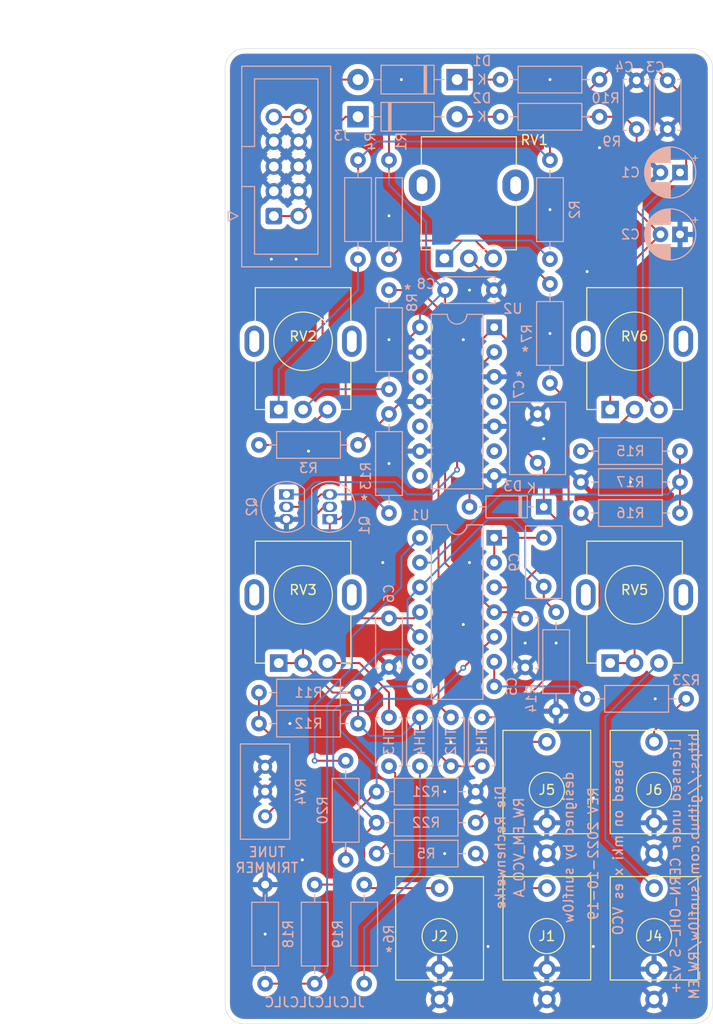
<source format=kicad_pcb>
(kicad_pcb (version 20211014) (generator pcbnew)
  (title_block (title "RW_EM_VCO_A") (date "2022-10-19") (rev "2022-10-19") (comment 1 "Licensed under CERN-OHL-S v2") (comment 2 "https://github.com/sunfl0w/RW_EM"))
  (layers (0 "F.Cu" signal) (31 "B.Cu" signal) (34 "B.Paste" user) (35 "F.Paste" user) (36 "B.SilkS" user "B.Silkscreen") (37 "F.SilkS" user "F.Silkscreen") (38 "B.Mask" user) (39 "F.Mask" user) (44 "Edge.Cuts" user))
  (net 0 "")
  (net 1 "GND")
  (net 2 "Net-(C7-Pad1)")
  (net 3 "Net-(C9-Pad1)")
  (net 4 "Net-(C9-Pad2)")
  (net 5 "+12V")
  (net 6 "-12V")
  (net 7 "Net-(D3-Pad2)")
  (net 8 "Net-(J1-PadT)")
  (net 9 "Net-(J2-PadT)")
  (net 10 "Net-(J4-PadT)")
  (net 11 "Net-(J5-PadT)")
  (net 12 "Net-(J6-PadT)")
  (net 13 "Net-(Q1-Pad2)")
  (net 14 "Net-(Q1-Pad3)")
  (net 15 "Net-(R1-Pad1)")
  (net 16 "Net-(R2-Pad2)")
  (net 17 "Net-(R3-Pad1)")
  (net 18 "Net-(R4-Pad2)")
  (net 19 "Net-(R5-Pad2)")
  (net 20 "Net-(R6-Pad2)")
  (net 21 "Net-(R7-Pad1)")
  (net 22 "Net-(R7-Pad2)")
  (net 23 "Net-(R8-Pad1)")
  (net 24 "Net-(R8-Pad2)")
  (net 25 "Net-(R11-Pad2)")
  (net 26 "Net-(R15-Pad1)")
  (net 27 "Net-(R15-Pad2)")
  (net 28 "Net-(R16-Pad1)")
  (net 29 "Net-(R18-Pad1)")
  (net 30 "Net-(R19-Pad2)")
  (net 31 "Net-(R20-Pad1)")
  (net 32 "Net-(R20-Pad2)")
  (net 33 "Net-(R23-Pad2)")
  (net 34 "Net-(RV3-Pad3)")
  (net 40 "Net-(D1-Pad2)")
  (net 41 "Net-(D2-Pad1)")
  (net 42 "Net-(D1-Pad1)")
  (net 43 "Net-(D2-Pad2)")
  (footprint "RW_EurorackModular:PJ301M-12" (layer "F.Cu") (at 132 131)
    (fp_text reference "J2")
    (fp_text value "PJ301M-12")
  )
  (footprint "RW_EurorackModular:Potentiometer_R0904N_SongHuei" (layer "F.Cu") (at 152 96)
    (fp_text reference "RV5")
    (fp_text value "250k")
  )
  (footprint "RW_EurorackModular:PJ301M-12" (layer "F.Cu") (at 154 131)
    (fp_text reference "J4")
    (fp_text value "PJ301M-12")
  )
  (footprint "RW_EurorackModular:PJ301M-12" (layer "F.Cu") (at 143 131)
    (fp_text reference "J1")
    (fp_text value "PJ301M-12")
  )
  (footprint "RW_EurorackModular:Potentiometer_R0904N_SongHuei" (layer "F.Cu") (at 152 70)
    (fp_text reference "RV6")
    (fp_text value "100k")
  )
  (footprint "RW_EurorackModular:PJ301M-12" (layer "F.Cu") (at 154 116)
    (fp_text reference "J6")
    (fp_text value "PJ301M-12")
  )
  (footprint "RW_EurorackModular:Potentiometer_R0904N_SongHuei" (layer "F.Cu") (at 118 96)
    (fp_text reference "RV3")
    (fp_text value "1M")
  )
  (footprint "RW_EurorackModular:Potentiometer_Alpha_RD901F-40-00D_Single_Vertical" (layer "F.Cu") (at 135 54)
    (fp_text reference "RV1")
    (fp_text value "100k")
  )
  (footprint "RW_EurorackModular:PJ301M-12" (layer "F.Cu") (at 143 116)
    (fp_text reference "J5")
    (fp_text value "PJ301M-12")
  )
  (footprint "RW_EurorackModular:Potentiometer_R0904N_SongHuei" (layer "F.Cu") (at 118 70)
    (fp_text reference "RV2")
    (fp_text value "100k")
  )
  (footprint "Capacitor_THT:CP_Radial_D5.0mm_P2.00mm" (layer "B.Cu") (at 156.655 59.04 180)
    (fp_text reference "C2")
    (fp_text value "47uF")
  )
  (footprint "Capacitor_THT:C_Disc_D4.7mm_W2.5mm_P5.00mm" (layer "B.Cu") (at 129.985 113.57 90)
    (fp_text reference "TH4")
    (fp_text value "10k")
  )
  (footprint "Resistor_THT:R_Axial_DIN0207_L6.3mm_D2.5mm_P10.16mm_Horizontal" (layer "B.Cu") (at 146.495 84.44)
    (fp_text reference "R17")
    (fp_text value "14k")
  )
  (footprint "Package_TO_SOT_THT:TO-92_Inline" (layer "B.Cu") (at 120.735 88.25 90)
    (fp_text reference "Q1")
    (fp_text value "BC558")
  )
  (footprint "Capacitor_THT:CP_Radial_D5.0mm_P2.00mm" (layer "B.Cu") (at 156.655 52.69 180)
    (fp_text reference "C1")
    (fp_text value "47uF")
  )
  (footprint "Resistor_THT:R_Axial_DIN0207_L6.3mm_D2.5mm_P10.16mm_Horizontal" (layer "B.Cu") (at 113.475 80.63)
    (fp_text reference "R3")
    (fp_text value "47k")
  )
  (footprint "Potentiometer_THT:Potentiometer_Bourns_3296W_Vertical" (layer "B.Cu") (at 114.11 113.64 90)
    (fp_text reference "RV4")
    (fp_text value "1k")
  )
  (footprint "Resistor_THT:R_Axial_DIN0207_L6.3mm_D2.5mm_P10.16mm_Horizontal" (layer "B.Cu") (at 119.19 135.875 90)
    (fp_text reference "R19")
    (fp_text value "47k")
  )
  (footprint "Resistor_THT:R_Axial_DIN0207_L6.3mm_D2.5mm_P10.16mm_Horizontal" (layer "B.Cu") (at 114.11 135.875 90)
    (fp_text reference "R18")
    (fp_text value "20k")
  )
  (footprint "Capacitor_THT:C_Rect_L7.2mm_W5.5mm_P5.00mm_FKS2_FKP2_MKS2_MKP2" (layer "B.Cu") (at 142.05 82.455 90)
    (fp_text reference "C7")
    (fp_text value "2.2nF*")
  )
  (footprint "Diode_THT:D_DO-35_SOD27_P7.62mm_Horizontal" (layer "B.Cu") (at 142.685 86.98 180)
    (fp_text reference "D3")
    (fp_text value "1N4148")
  )
  (footprint "Capacitor_THT:C_Disc_D5.0mm_W2.5mm_P5.00mm" (layer "B.Cu") (at 126.81 103.41 90)
    (fp_text reference "C6")
    (fp_text value "100nF")
  )
  (footprint "Capacitor_THT:C_Disc_D4.7mm_W2.5mm_P5.00mm" (layer "B.Cu") (at 126.81 113.57 90)
    (fp_text reference "TH3")
    (fp_text value "10k")
  )
  (footprint "Resistor_THT:R_Axial_DIN0207_L6.3mm_D2.5mm_P10.16mm_Horizontal" (layer "B.Cu") (at 123.635 51.42 -90)
    (fp_text reference "R4")
    (fp_text value "47k")
  )
  (footprint "Resistor_THT:R_Axial_DIN0207_L6.3mm_D2.5mm_P10.16mm_Horizontal" (layer "B.Cu") (at 157.29 106.665 180)
    (fp_text reference "R23")
    (fp_text value "1k")
  )
  (footprint "Package_DIP:DIP-14_W7.62mm" (layer "B.Cu") (at 137.605 90.155 180)
    (fp_text reference "U1")
    (fp_text value "TL074")
  )
  (footprint "Capacitor_THT:C_Disc_D5.0mm_W2.5mm_P5.00mm" (layer "B.Cu") (at 140.78 98.45 -90)
    (fp_text reference "C5")
    (fp_text value "100nF")
  )
  (footprint "Resistor_THT:R_Axial_DIN0207_L6.3mm_D2.5mm_P10.16mm_Horizontal" (layer "B.Cu") (at 124.27 125.715 -90)
    (fp_text reference "R6")
    (fp_text value "100k*")
  )
  (footprint "Diode_THT:D_DO-41_SOD81_P10.16mm_Horizontal" (layer "B.Cu") (at 123.635 46.975)
    (fp_text reference "D2")
    (fp_text value "1N5819")
  )
  (footprint "Resistor_THT:R_Axial_DIN0207_L6.3mm_D2.5mm_P10.16mm_Horizontal" (layer "B.Cu") (at 138.24 43.165)
    (fp_text reference "R10")
    (fp_text value "10")
  )
  (footprint "Resistor_THT:R_Axial_DIN0207_L6.3mm_D2.5mm_P10.16mm_Horizontal" (layer "B.Cu") (at 135.7 122.54 180)
    (fp_text reference "R5")
    (fp_text value "100k")
  )
  (footprint "Resistor_THT:R_Axial_DIN0207_L6.3mm_D2.5mm_P10.16mm_Horizontal" (layer "B.Cu") (at 126.81 77.455 -90)
    (fp_text reference "R13")
    (fp_text value "1M*")
  )
  (footprint "Diode_THT:D_DO-41_SOD81_P10.16mm_Horizontal" (layer "B.Cu") (at 133.795 43.165 180)
    (fp_text reference "D1")
    (fp_text value "1N5819")
  )
  (footprint "Capacitor_THT:C_Disc_D4.7mm_W2.5mm_P5.00mm" (layer "B.Cu") (at 133.16 108.57 -90)
    (fp_text reference "TH2")
    (fp_text value "10k")
  )
  (footprint "Resistor_THT:R_Axial_DIN0207_L6.3mm_D2.5mm_P10.16mm_Horizontal" (layer "B.Cu") (at 138.24 46.975)
    (fp_text reference "R9")
    (fp_text value "10")
  )
  (footprint "Capacitor_THT:C_Disc_D5.0mm_W2.5mm_P5.00mm" (layer "B.Cu") (at 132.565 64.755)
    (fp_text reference "C8")
    (fp_text value "100nF")
  )
  (footprint "Capacitor_THT:C_Disc_D4.7mm_W2.5mm_P5.00mm" (layer "B.Cu") (at 136.335 108.57 -90)
    (fp_text reference "TH1")
    (fp_text value "10k")
  )
  (footprint "Resistor_THT:R_Axial_DIN0207_L6.3mm_D2.5mm_P10.16mm_Horizontal" (layer "B.Cu") (at 143.32 64.12 -90)
    (fp_text reference "R7")
    (fp_text value "100k*")
  )
  (footprint "Resistor_THT:R_Axial_DIN0207_L6.3mm_D2.5mm_P10.16mm_Horizontal" (layer "B.Cu") (at 126.81 74.915 90)
    (fp_text reference "R8")
    (fp_text value "1M*")
  )
  (footprint "Resistor_THT:R_Axial_DIN0207_L6.3mm_D2.5mm_P10.16mm_Horizontal" (layer "B.Cu") (at 123.635 109.205 180)
    (fp_text reference "R12")
    (fp_text value "3k")
  )
  (footprint "Connector_IDC:IDC-Header_2x05_P2.54mm_Vertical" (layer "B.Cu") (at 115 57.16)
    (fp_text reference "J3")
    (fp_text value "IDC_02x05")
  )
  (footprint "Capacitor_THT:C_Disc_D5.0mm_W2.5mm_P5.00mm" (layer "B.Cu") (at 152.21 43.245 -90)
    (fp_text reference "C4")
    (fp_text value "100nF")
  )
  (footprint "Resistor_THT:R_Axial_DIN0207_L6.3mm_D2.5mm_P10.16mm_Horizontal" (layer "B.Cu") (at 146.495 87.615)
    (fp_text reference "R16")
    (fp_text value "68k")
  )
  (footprint "Resistor_THT:R_Axial_DIN0207_L6.3mm_D2.5mm_P10.16mm_Horizontal" (layer "B.Cu") (at 135.7 119.365 180)
    (fp_text reference "R22")
    (fp_text value "1k")
  )
  (footprint "Resistor_THT:R_Axial_DIN0207_L6.3mm_D2.5mm_P10.16mm_Horizontal" (layer "B.Cu") (at 123.635 106.03 180)
    (fp_text reference "R11")
    (fp_text value "3k")
  )
  (footprint "Resistor_THT:R_Axial_DIN0207_L6.3mm_D2.5mm_P10.16mm_Horizontal" (layer "B.Cu") (at 122.365 113.015 -90)
    (fp_text reference "R20")
    (fp_text value "33k")
  )
  (footprint "Package_TO_SOT_THT:TO-92_Inline" (layer "B.Cu") (at 116.29 85.71 -90)
    (fp_text reference "Q2")
    (fp_text value "BC548")
  )
  (footprint "Resistor_THT:R_Axial_DIN0207_L6.3mm_D2.5mm_P10.16mm_Horizontal" (layer "B.Cu") (at 126.81 61.58 90)
    (fp_text reference "R1")
    (fp_text value "100k")
  )
  (footprint "Resistor_THT:R_Axial_DIN0207_L6.3mm_D2.5mm_P10.16mm_Horizontal" (layer "B.Cu") (at 135.7 116.19 180)
    (fp_text reference "R21")
    (fp_text value "14k")
  )
  (footprint "Package_DIP:DIP-14_W7.62mm" (layer "B.Cu") (at 137.605 68.565 180)
    (fp_text reference "U2")
    (fp_text value "40106")
  )
  (footprint "Capacitor_THT:C_Disc_D5.0mm_W2.5mm_P5.00mm" (layer "B.Cu") (at 155.385 43.245 -90)
    (fp_text reference "C3")
    (fp_text value "100nF")
  )
  (footprint "Capacitor_THT:C_Rect_L7.2mm_W3.5mm_P5.00mm_FKS2_FKP2_MKS2_MKP2" (layer "B.Cu") (at 142.685 90.155 -90)
    (fp_text reference "C9")
    (fp_text value "1uF")
  )
  (footprint "Resistor_THT:R_Axial_DIN0207_L6.3mm_D2.5mm_P10.16mm_Horizontal" (layer "B.Cu") (at 146.495 81.265)
    (fp_text reference "R15")
    (fp_text value "100k")
  )
  (footprint "Resistor_THT:R_Axial_DIN0207_L6.3mm_D2.5mm_P10.16mm_Horizontal" (layer "B.Cu") (at 143.955 97.775 -90)
    (fp_text reference "R14")
    (fp_text value "100k")
  )
  (footprint "Resistor_THT:R_Axial_DIN0207_L6.3mm_D2.5mm_P10.16mm_Horizontal" (layer "B.Cu") (at 143.32 51.42 -90)
    (fp_text reference "R2")
    (fp_text value "33k")
  )
  (gr_line (start 112 40) (end 158 40) (layer "Edge.Cuts") (width 0.05))
  (gr_line (start 158 140) (end 112 140) (layer "Edge.Cuts") (width 0.05))
  (gr_line (start 160 42) (end 160 138) (layer "Edge.Cuts") (width 0.05))
  (gr_arc (start 112 140) (mid 110.585786 139.414214) (end 110 138) (layer "Edge.Cuts") (width 0.05))
  (gr_arc (start 158 40) (mid 159.414214 40.585786) (end 160 42) (layer "Edge.Cuts") (width 0.05))
  (gr_arc (start 160 138) (mid 159.414214 139.414214) (end 158 140) (layer "Edge.Cuts") (width 0.05))
  (gr_arc (start 110 42) (mid 110.585786 40.585786) (end 112 40) (layer "Edge.Cuts") (width 0.05))
  (gr_line (start 110 138) (end 110 42) (layer "Edge.Cuts") (width 0.05))
  (gr_text "*" (at 140.145 73.645) (layer "B.SilkS") (effects (font (size 1 1) (thickness 0.16)) (justify mirror)))
  (gr_text "RW_EM_VCO_A" (at 140.145 121.905 90) (layer "B.SilkS") (effects (font (size 1 1) (thickness 0.16)) (justify mirror)))
  (gr_text "*" (at 126.81 132.7) (layer "B.SilkS") (effects (font (size 1 1) (thickness 0.16)) (justify mirror)))
  (gr_text "JLCJLCJLCJLC" (at 119.19 137.78) (layer "B.SilkS") (effects (font (size 1 1) (thickness 0.16)) (justify mirror)))
  (gr_text "TUNE\nTRIMMER" (at 114.3 123.19) (layer "B.SilkS") (effects (font (size 1 1) (thickness 0.16)) (justify mirror)))
  (gr_text "*" (at 128.715 64.755) (layer "B.SilkS") (effects (font (size 1 1) (thickness 0.16)) (justify mirror)))
  (gr_text "REV 2022-10-19" (at 147.765 122.54 90) (layer "B.SilkS") (effects (font (size 1 1) (thickness 0.16)) (justify mirror)))
  (gr_text "*" (at 124.27 86.345) (layer "B.SilkS") (effects (font (size 1 1) (thickness 0.16)) (justify mirror)))
  (gr_text "*" (at 140.78 71.105) (layer "B.SilkS") (effects (font (size 1 1) (thickness 0.16)) (justify mirror)))
  (gr_text "based on mki x es VCO" (at 150.305 121.905 90) (layer "B.SilkS") (effects (font (size 1 1) (thickness 0.16)) (justify mirror)))
  (gr_text "designed by sunfl0w" (at 145.225 121.905 90) (layer "B.SilkS") (effects (font (size 1 1) (thickness 0.16)) (justify mirror)))
  (gr_text "Die Rechenwerke" (at 138.24 121.905 90) (layer "B.SilkS") (effects (font (size 1 1) (thickness 0.16)) (justify mirror)))
  (gr_text "Licensed under CERN-OHL-S v2+" (at 156.21 123.825 90) (layer "B.SilkS") (effects (font (size 1 1) (thickness 0.16)) (justify mirror)))
  (gr_text "https://github.com/sunfl0w/RW_EM" (at 158.115 123.825 90) (layer "B.SilkS") (effects (font (size 1 1) (thickness 0.16)) (justify mirror)))
  (via (at 135.065 64.755) (size 0.6) (drill 0.3) (layers "F.Cu" "B.Cu") (net 1))
  (via (at 126.81 69.835) (size 0.6) (drill 0.3) (layers "F.Cu" "B.Cu") (net 1))
  (via (at 147.765 116.825) (size 0.6) (drill 0.3) (layers "F.Cu" "B.Cu") (net 1))
  (via (at 132.525 116.19) (size 0.6) (drill 0.3) (layers "F.Cu" "B.Cu") (net 1))
  (via (at 143.955 100.95) (size 0.6) (drill 0.3) (layers "F.Cu" "B.Cu") (net 1))
  (via (at 126.175 92.695) (size 0.6) (drill 0.3) (layers "F.Cu" "B.Cu") (net 1))
  (via (at 148.4 50.15) (size 0.6) (drill 0.3) (layers "F.Cu" "B.Cu") (net 1))
  (via (at 132.525 122.54) (size 0.6) (drill 0.3) (layers "F.Cu" "B.Cu") (net 1))
  (via (at 117.92 123.175) (size 0.6) (drill 0.3) (layers "F.Cu" "B.Cu") (net 1))
  (via (at 136.97 132.065) (size 0.6) (drill 0.3) (layers "F.Cu" "B.Cu") (net 1))
  (via (at 143.32 43.165) (size 0.6) (drill 0.3) (layers "F.Cu" "B.Cu") (net 1))
  (via (at 142.685 79.995) (size 0.6) (drill 0.3) (layers "F.Cu" "B.Cu") (net 1))
  (via (at 117.285 61.58) (size 0.6) (drill 0.3) (layers "F.Cu" "B.Cu") (net 1))
  (via (at 116.65 109.205) (size 0.6) (drill 0.3) (layers "F.Cu" "B.Cu") (net 1))
  (via (at 143.32 69.2) (size 0.6) (drill 0.3) (layers "F.Cu" "B.Cu") (net 1))
  (via (at 154.115 106.665) (size 0.6) (drill 0.3) (layers "F.Cu" "B.Cu") (net 1))
  (via (at 143.32 56.5) (size 0.6) (drill 0.3) (layers "F.Cu" "B.Cu") (net 1))
  (via (at 128.08 43.165) (size 0.6) (drill 0.3) (layers "F.Cu" "B.Cu") (net 1))
  (via (at 126.81 82.535) (size 0.6) (drill 0.3) (layers "F.Cu" "B.Cu") (net 1))
  (via (at 114.745 61.58) (size 0.6) (drill 0.3) (layers "F.Cu" "B.Cu") (net 1))
  (via (at 133.16 111.11) (size 0.6) (drill 0.3) (layers "F.Cu" "B.Cu") (net 1))
  (via (at 134.43 69.835) (size 0.6) (drill 0.3) (layers "F.Cu" "B.Cu") (net 1))
  (via (at 151.575 84.44) (size 0.6) (drill 0.3) (layers "F.Cu" "B.Cu") (net 1))
  (via (at 118.555 81.265) (size 0.6) (drill 0.3) (layers "F.Cu" "B.Cu") (net 1))
  (via (at 126.81 57.135) (size 0.6) (drill 0.3) (layers "F.Cu" "B.Cu") (net 1))
  (via (at 134.43 99.045) (size 0.6) (drill 0.3) (layers "F.Cu" "B.Cu") (net 1))
  (via (at 117.92 116.19) (size 0.6) (drill 0.3) (layers "F.Cu" "B.Cu") (net 1))
  (via (at 114.11 130.795) (size 0.6) (drill 0.3) (layers "F.Cu" "B.Cu") (net 1))
  (via (at 140.78 100.95) (size 0.6) (drill 0.3) (layers "F.Cu" "B.Cu") (net 1))
  (via (at 147.765 132.065) (size 0.6) (drill 0.3) (layers "F.Cu" "B.Cu") (net 1))
  (via (at 135.065 92.695) (size 0.6) (drill 0.3) (layers "F.Cu" "B.Cu") (net 1))
  (via (at 147.13 62.85) (size 0.6) (drill 0.3) (layers "F.Cu" "B.Cu") (net 1))
  (via (at 136.335 111.11) (size 0.6) (drill 0.3) (layers "F.Cu" "B.Cu") (net 1))
  (segment (start 140.145 95.235) (end 137.605 95.235) (width 0.2) (layer "F.Cu") (net 2))
  (segment (start 142.05 82.455) (end 139.7 80.105) (width 0.2) (layer "F.Cu") (net 2))
  (segment (start 144.59 90.79) (end 140.145 95.235) (width 0.2) (layer "F.Cu") (net 2))
  (segment (start 142.685 83.09) (end 142.05 82.455) (width 0.2) (layer "F.Cu") (net 2))
  (segment (start 142.685 86.98) (end 144.59 88.885) (width 0.2) (layer "F.Cu") (net 2))
  (segment (start 139.7 70.66) (end 137.605 68.565) (width 0.2) (layer "F.Cu") (net 2))
  (segment (start 133.795 72.375) (end 133.795 83.17) (width 0.2) (layer "F.Cu") (net 2))
  (segment (start 139.7 80.105) (end 139.7 70.66) (width 0.2) (layer "F.Cu") (net 2))
  (segment (start 144.59 88.885) (end 144.59 90.79) (width 0.2) (layer "F.Cu") (net 2))
  (segment (start 137.605 68.565) (end 133.795 72.375) (width 0.2) (layer "F.Cu") (net 2))
  (segment (start 142.685 86.98) (end 142.685 83.09) (width 0.2) (layer "F.Cu") (net 2))
  (via (at 133.795 83.17) (size 0.6) (drill 0.3) (layers "F.Cu" "B.Cu") (net 2))
  (segment (start 131.255 85.71) (end 133.795 83.17) (width 0.2) (layer "B.Cu") (net 2))
  (segment (start 116.29 85.71) (end 117.92 85.71) (width 0.2) (layer "B.Cu") (net 2))
  (segment (start 119.19 84.44) (end 127.445 84.44) (width 0.2) (layer "B.Cu") (net 2))
  (segment (start 128.715 85.71) (end 131.255 85.71) (width 0.2) (layer "B.Cu") (net 2))
  (segment (start 127.445 84.44) (end 128.715 85.71) (width 0.2) (layer "B.Cu") (net 2))
  (segment (start 117.92 85.71) (end 119.19 84.44) (width 0.2) (layer "B.Cu") (net 2))
  (segment (start 137.605 90.155) (end 142.685 90.155) (width 0.2) (layer "F.Cu") (net 3))
  (segment (start 137.605 90.155) (end 137.605 92.695) (width 0.2) (layer "F.Cu") (net 3))
  (segment (start 142.685 96.505) (end 143.955 97.775) (width 0.2) (layer "F.Cu") (net 4))
  (segment (start 142.685 95.155) (end 142.685 96.505) (width 0.2) (layer "F.Cu") (net 4))
  (segment (start 139.51 88.25) (end 140.78 89.52) (width 0.2) (layer "B.Cu") (net 4))
  (segment (start 128.715 96.505) (end 128.715 99.045) (width 0.2) (layer "B.Cu") (net 4))
  (segment (start 129.985 95.235) (end 136.97 88.25) (width 0.2) (layer "B.Cu") (net 4))
  (segment (start 128.715 99.045) (end 129.985 100.315) (width 0.2) (layer "B.Cu") (net 4))
  (segment (start 136.97 88.25) (end 139.51 88.25) (width 0.2) (layer "B.Cu") (net 4))
  (segment (start 140.78 93.25) (end 142.685 95.155) (width 0.2) (layer "B.Cu") (net 4))
  (segment (start 140.78 89.52) (end 140.78 93.25) (width 0.2) (layer "B.Cu") (net 4))
  (segment (start 129.985 95.235) (end 128.715 96.505) (width 0.2) (layer "B.Cu") (net 4))
  (segment (start 156.655 52.69) (end 157.29 52.055) (width 0.2) (layer "F.Cu") (net 5))
  (segment (start 132.565 92.735) (end 137.605 97.775) (width 0.2) (layer "F.Cu") (net 5))
  (segment (start 129.985 68.565) (end 128.715 69.835) (width 0.2) (layer "F.Cu") (net 5))
  (segment (start 126.81 48.88) (end 130.62 45.07) (width 0.2) (layer "F.Cu") (net 5))
  (segment (start 157.29 52.055) (end 157.29 45.15) (width 0.2) (layer "F.Cu") (net 5))
  (segment (start 140.105 97.775) (end 140.78 98.45) (width 0.2) (layer "F.Cu") (net 5))
  (segment (start 148.4 43.165) (end 149.67 41.895) (width 0.2) (layer "F.Cu") (net 5))
  (segment (start 157.29 45.15) (end 155.385 43.245) (width 0.2) (layer "F.Cu") (net 5))
  (segment (start 128.715 69.835) (end 128.715 75.55) (width 0.2) (layer "F.Cu") (net 5))
  (segment (start 132.565 64.755) (end 132.565 92.735) (width 0.2) (layer "F.Cu") (net 5))
  (segment (start 149.67 41.895) (end 154.035 41.895) (width 0.2) (layer "F.Cu") (net 5))
  (segment (start 146.495 45.07) (end 148.4 43.165) (width 0.2) (layer "F.Cu") (net 5))
  (segment (start 123.635 80.63) (end 126.81 77.455) (width 0.2) (layer "F.Cu") (net 5))
  (segment (start 128.715 75.55) (end 126.81 77.455) (width 0.2) (layer "F.Cu") (net 5))
  (segment (start 130.62 45.07) (end 146.495 45.07) (width 0.2) (layer "F.Cu") (net 5))
  (segment (start 137.605 97.775) (end 140.105 97.775) (width 0.2) (layer "F.Cu") (net 5))
  (segment (start 154.035 41.895) (end 155.385 43.245) (width 0.2) (layer "F.Cu") (net 5))
  (segment (start 126.81 51.42) (end 126.81 48.88) (width 0.2) (layer "F.Cu") (net 5))
  (segment (start 152.845 56.5) (end 152.845 75.345) (width 0.2) (layer "B.Cu") (net 5))
  (segment (start 132.565 64.755) (end 130.62 62.81) (width 0.2) (layer "B.Cu") (net 5))
  (segment (start 130.62 57.77) (end 126.81 53.96) (width 0.2) (layer "B.Cu") (net 5))
  (segment (start 152.845 75.345) (end 154.5 77) (width 0.2) (layer "B.Cu") (net 5))
  (segment (start 126.81 53.96) (end 126.81 51.42) (width 0.2) (layer "B.Cu") (net 5))
  (segment (start 130.62 62.81) (end 130.62 57.77) (width 0.2) (layer "B.Cu") (net 5))
  (segment (start 129.985 68.565) (end 129.985 67.335) (width 0.2) (layer "B.Cu") (net 5))
  (segment (start 156.655 52.69) (end 152.845 56.5) (width 0.2) (layer "B.Cu") (net 5))
  (segment (start 129.985 67.335) (end 132.565 64.755) (width 0.2) (layer "B.Cu") (net 5))
  (segment (start 129.35 98.41) (end 129.985 97.775) (width 0.2) (layer "F.Cu") (net 6))
  (segment (start 150.94 46.975) (end 152.21 48.245) (width 0.2) (layer "F.Cu") (net 6))
  (segment (start 123.635 51.42) (end 123.635 55.865) (width 0.2) (layer "F.Cu") (net 6))
  (segment (start 145.225 46.975) (end 148.4 46.975) (width 0.2) (layer "F.Cu") (net 6))
  (segment (start 120 59.5) (end 120 71.28) (width 0.2) (layer "F.Cu") (net 6))
  (segment (start 147.765 46.975) (end 148.4 47.61) (width 0.2) (layer "F.Cu") (net 6))
  (segment (start 122.365 73.645) (end 122.365 87.615) (width 0.2) (layer "F.Cu") (net 6))
  (segment (start 149.5 77) (end 149.5 64.195) (width 0.2) (layer "F.Cu") (net 6))
  (segment (start 121.73 88.25) (end 120.735 88.25) (width 0.2) (layer "F.Cu") (net 6))
  (segment (start 154.655 59.04) (end 152.21 56.595) (width 0.2) (layer "F.Cu") (net 6))
  (segment (start 148.4 46.975) (end 150.94 46.975) (width 0.2) (layer "F.Cu") (net 6))
  (segment (start 122.365 98.41) (end 126.81 98.41) (width 0.2) (layer "F.Cu") (net 6))
  (segment (start 143.32 48.88) (end 143.32 51.42) (width 0.2) (layer "F.Cu") (net 6))
  (segment (start 120.735 96.78) (end 122.365 98.41) (width 0.2) (layer "F.Cu") (net 6))
  (segment (start 120.735 88.25) (end 120.735 96.78) (width 0.2) (layer "F.Cu") (net 6))
  (segment (start 152.21 56.595) (end 152.21 48.245) (width 0.2) (layer "F.Cu") (net 6))
  (segment (start 145.225 46.975) (end 143.32 48.88) (width 0.2) (layer "F.Cu") (net 6))
  (segment (start 122.365 87.615) (end 121.73 88.25) (width 0.2) (layer "F.Cu") (net 6))
  (segment (start 123.635 55.865) (end 120 59.5) (width 0.2) (layer "F.Cu") (net 6))
  (segment (start 120 71.28) (end 122.365 73.645) (width 0.2) (layer "F.Cu") (net 6))
  (segment (start 126.81 98.41) (end 129.35 98.41) (width 0.2) (layer "F.Cu") (net 6))
  (segment (start 149.5 64.195) (end 154.655 59.04) (width 0.2) (layer "F.Cu") (net 6))
  (segment (start 123.635 51.42) (end 125.54 49.515) (width 0.2) (layer "B.Cu") (net 6))
  (segment (start 125.54 49.515) (end 141.415 49.515) (width 0.2) (layer "B.Cu") (net 6))
  (segment (start 141.415 49.515) (end 143.32 51.42) (width 0.2) (layer "B.Cu") (net 6))
  (segment (start 135.065 73.645) (end 135.065 86.98) (width 0.2) (layer "F.Cu") (net 7))
  (segment (start 137.605 71.105) (end 135.065 73.645) (width 0.2) (layer "F.Cu") (net 7))
  (segment (start 135.7 122.54) (end 139.24 126.08) (width 0.2) (layer "F.Cu") (net 8))
  (segment (start 139.24 126.08) (end 143 126.08) (width 0.2) (layer "F.Cu") (net 8))
  (segment (start 124.635 126.08) (end 124.27 125.715) (width 0.2) (layer "F.Cu") (net 9))
  (segment (start 132 126.08) (end 124.635 126.08) (width 0.2) (layer "F.Cu") (net 9))
  (segment (start 149 121.08) (end 154 126.08) (width 0.2) (layer "B.Cu") (net 10))
  (segment (start 149 121.08) (end 149 108.5) (width 0.2) (layer "B.Cu") (net 10))
  (segment (start 149 108.5) (end 154.5 103) (width 0.2) (layer "B.Cu") (net 10))
  (segment (start 138.875 113.125) (end 138.875 116.19) (width 0.2) (layer "F.Cu") (net 11))
  (segment (start 140.92 111.08) (end 138.875 113.125) (width 0.2) (layer "F.Cu") (net 11))
  (segment (start 135.7 119.365) (end 138.875 116.19) (width 0.2) (layer "F.Cu") (net 11))
  (segment (start 143 111.08) (end 140.92 111.08) (width 0.2) (layer "F.Cu") (net 11))
  (segment (start 157.29 106.665) (end 154 109.955) (width 0.2) (layer "F.Cu") (net 12))
  (segment (start 154 109.955) (end 154 111.08) (width 0.2) (layer "F.Cu") (net 12))
  (segment (start 118 103) (end 121.03 106.03) (width 0.2) (layer "F.Cu") (net 13))
  (segment (start 129.985 108.57) (end 129.985 110.395) (width 0.2) (layer "F.Cu") (net 13))
  (segment (start 129.985 110.395) (end 133.16 113.57) (width 0.2) (layer "F.Cu") (net 13))
  (segment (start 133.16 113.57) (end 136.335 113.57) (width 0.2) (layer "F.Cu") (net 13))
  (segment (start 118 103) (end 118 89.11) (width 0.2) (layer "F.Cu") (net 13))
  (segment (start 115.5 103) (end 118 103) (width 0.2) (layer "F.Cu") (net 13))
  (segment (start 121.03 106.03) (end 123.635 106.03) (width 0.2) (layer "F.Cu") (net 13))
  (segment (start 123.635 109.205) (end 123.635 106.03) (width 0.2) (layer "F.Cu") (net 13))
  (segment (start 120.13 86.98) (end 120.735 86.98) (width 0.2) (layer "F.Cu") (net 13))
  (segment (start 118 89.11) (end 120.13 86.98) (width 0.2) (layer "F.Cu") (net 13))
  (segment (start 128.08 110.475) (end 129.985 108.57) (width 0.2) (layer "B.Cu") (net 13))
  (segment (start 124.905 110.475) (end 128.08 110.475) (width 0.2) (layer "B.Cu") (net 13))
  (segment (start 123.635 109.205) (end 124.905 110.475) (width 0.2) (layer "B.Cu") (net 13))
  (segment (start 119.825 85.71) (end 120.735 85.71) (width 0.2) (layer "F.Cu") (net 14))
  (segment (start 116.29 86.98) (end 118.555 86.98) (width 0.2) (layer "F.Cu") (net 14))
  (segment (start 118.555 86.98) (end 119.825 85.71) (width 0.2) (layer "F.Cu") (net 14))
  (segment (start 124.905 85.71) (end 126.81 87.615) (width 0.2) (layer "B.Cu") (net 14))
  (segment (start 120.735 85.71) (end 124.905 85.71) (width 0.2) (layer "B.Cu") (net 14))
  (segment (start 128.715 59.675) (end 135.675 59.675) (width 0.2) (layer "F.Cu") (net 15))
  (segment (start 135.675 59.675) (end 137.5 61.5) (width 0.2) (layer "F.Cu") (net 15))
  (segment (start 126.81 61.58) (end 128.715 59.675) (width 0.2) (layer "F.Cu") (net 15))
  (segment (start 141.415 59.675) (end 134.325 59.675) (width 0.2) (layer "B.Cu") (net 16))
  (segment (start 143.32 61.58) (end 141.415 59.675) (width 0.2) (layer "B.Cu") (net 16))
  (segment (start 134.325 59.675) (end 132.5 61.5) (width 0.2) (layer "B.Cu") (net 16))
  (segment (start 116.87 80.63) (end 120.5 77) (width 0.2) (layer "F.Cu") (net 17))
  (segment (start 113.475 80.63) (end 116.87 80.63) (width 0.2) (layer "F.Cu") (net 17))
  (segment (start 123.635 61.58) (end 123.635 64.755) (width 0.2) (layer "B.Cu") (net 18))
  (segment (start 115.5 72.89) (end 115.5 77) (width 0.2) (layer "B.Cu") (net 18))
  (segment (start 123.635 64.755) (end 115.5 72.89) (width 0.2) (layer "B.Cu") (net 18))
  (segment (start 127.445 120.635) (end 125.54 122.54) (width 0.2) (layer "F.Cu") (net 19))
  (segment (start 126.81 113.57) (end 126.81 113.65) (width 0.2) (layer "F.Cu") (net 19))
  (segment (start 127.445 114.285) (end 127.445 120.635) (width 0.2) (layer "F.Cu") (net 19))
  (segment (start 126.81 113.65) (end 127.445 114.285) (width 0.2) (layer "F.Cu") (net 19))
  (segment (start 129.985 113.57) (end 129.985 124.445) (width 0.2) (layer "B.Cu") (net 20))
  (segment (start 129.985 124.445) (end 124.27 130.16) (width 0.2) (layer "B.Cu") (net 20))
  (segment (start 124.27 130.16) (end 124.27 135.875) (width 0.2) (layer "B.Cu") (net 20))
  (segment (start 142.05 62.85) (end 143.32 64.12) (width 0.2) (layer "F.Cu") (net 21))
  (segment (start 136.35 62.85) (end 135 61.5) (width 0.2) (layer "F.Cu") (net 21))
  (segment (start 142.05 62.85) (end 136.35 62.85) (width 0.2) (layer "F.Cu") (net 21))
  (segment (start 143.32 74.28) (end 145.225 76.185) (width 0.2) (layer "F.Cu") (net 22))
  (segment (start 145.225 90.155) (end 148.4 93.33) (width 0.2) (layer "F.Cu") (net 22))
  (segment (start 148.4 93.33) (end 148.4 99.045) (width 0.2) (layer "F.Cu") (net 22))
  (segment (start 138.875 108.57) (end 136.335 108.57) (width 0.2) (layer "F.Cu") (net 22))
  (segment (start 145.225 76.185) (end 145.225 90.155) (width 0.2) (layer "F.Cu") (net 22))
  (segment (start 148.4 99.045) (end 138.875 108.57) (width 0.2) (layer "F.Cu") (net 22))
  (segment (start 126.81 74.915) (end 120.085 74.915) (width 0.2) (layer "B.Cu") (net 23))
  (segment (start 120.085 74.915) (end 118 77) (width 0.2) (layer "B.Cu") (net 23))
  (segment (start 133.16 108.57) (end 131.89 107.3) (width 0.2) (layer "F.Cu") (net 24))
  (segment (start 131.89 66.66) (end 129.985 64.755) (width 0.2) (layer "F.Cu") (net 24))
  (segment (start 129.985 64.755) (end 126.81 64.755) (width 0.2) (layer "F.Cu") (net 24))
  (segment (start 131.89 107.3) (end 131.89 66.66) (width 0.2) (layer "F.Cu") (net 24))
  (segment (start 116.015 116.815) (end 114.11 118.72) (width 0.2) (layer "F.Cu") (net 25))
  (segment (start 113.475 106.03) (end 113.475 109.205) (width 0.2) (layer "F.Cu") (net 25))
  (segment (start 113.475 109.205) (end 116.015 111.745) (width 0.2) (layer "F.Cu") (net 25))
  (segment (start 116.015 111.745) (end 116.015 116.815) (width 0.2) (layer "F.Cu") (net 25))
  (segment (start 152 77) (end 147.735 81.265) (width 0.2) (layer "F.Cu") (net 26))
  (segment (start 147.735 81.265) (end 146.495 81.265) (width 0.2) (layer "F.Cu") (net 26))
  (segment (start 156.655 81.265) (end 156.655 84.44) (width 0.2) (layer "F.Cu") (net 27))
  (segment (start 156.655 84.44) (end 156.655 87.615) (width 0.2) (layer "F.Cu") (net 27))
  (segment (start 155.385 85.71) (end 156.655 84.44) (width 0.2) (layer "B.Cu") (net 27))
  (segment (start 138.24 85.71) (end 155.385 85.71) (width 0.2) (layer "B.Cu") (net 27))
  (segment (start 131.255 92.695) (end 138.24 85.71) (width 0.2) (layer "B.Cu") (net 27))
  (segment (start 129.985 92.695) (end 131.255 92.695) (width 0.2) (layer "B.Cu") (net 27))
  (segment (start 149.5 103) (end 152 103) (width 0.2) (layer "F.Cu") (net 28))
  (segment (start 152 93.12) (end 146.495 87.615) (width 0.2) (layer "F.Cu") (net 28))
  (segment (start 152 103) (end 152 93.12) (width 0.2) (layer "F.Cu") (net 28))
  (segment (start 119.19 135.875) (end 114.11 135.875) (width 0.2) (layer "F.Cu") (net 29))
  (segment (start 129.985 102.855) (end 128.715 101.585) (width 0.2) (layer "B.Cu") (net 29))
  (segment (start 128.715 101.585) (end 126.175 101.585) (width 0.2) (layer "B.Cu") (net 29))
  (segment (start 126.175 101.585) (end 120.46 107.3) (width 0.2) (layer "B.Cu") (net 29))
  (segment (start 120.46 134.605) (end 119.19 135.875) (width 0.2) (layer "B.Cu") (net 29))
  (segment (start 120.46 107.3) (end 120.46 134.605) (width 0.2) (layer "B.Cu") (net 29))
  (segment (start 121.73 125.715) (end 124.27 123.175) (width 0.2) (layer "F.Cu") (net 30))
  (segment (start 119.19 125.715) (end 121.73 125.715) (width 0.2) (layer "F.Cu") (net 30))
  (segment (start 124.27 120.635) (end 125.54 119.365) (width 0.2) (layer "F.Cu") (net 30))
  (segment (start 124.27 123.175) (end 124.27 120.635) (width 0.2) (layer "F.Cu") (net 30))
  (segment (start 121.73 107.3) (end 121.095 107.935) (width 0.2) (layer "B.Cu") (net 30))
  (segment (start 124.27 107.3) (end 121.73 107.3) (width 0.2) (layer "B.Cu") (net 30))
  (segment (start 129.985 105.395) (end 126.175 105.395) (width 0.2) (layer "B.Cu") (net 30))
  (segment (start 121.095 107.935) (end 121.095 114.92) (width 0.2) (layer "B.Cu") (net 30))
  (segment (start 121.095 114.92) (end 125.54 119.365) (width 0.2) (layer "B.Cu") (net 30))
  (segment (start 126.175 105.395) (end 124.27 107.3) (width 0.2) (layer "B.Cu") (net 30))
  (segment (start 119.19 113.015) (end 122.365 113.015) (width 0.2) (layer "F.Cu") (net 31))
  (via (at 119.19 113.015) (size 0.6) (drill 0.3) (layers "F.Cu" "B.Cu") (net 31))
  (segment (start 123 100.315) (end 128.08 95.235) (width 0.2) (layer "B.Cu") (net 31))
  (segment (start 128.08 95.235) (end 128.08 92.06) (width 0.2) (layer "B.Cu") (net 31))
  (segment (start 128.08 92.06) (end 129.985 90.155) (width 0.2) (layer "B.Cu") (net 31))
  (segment (start 123 103.49) (end 123 100.315) (width 0.2) (layer "B.Cu") (net 31))
  (segment (start 119.19 107.3) (end 123 103.49) (width 0.2) (layer "B.Cu") (net 31))
  (segment (start 119.19 113.015) (end 119.19 107.3) (width 0.2) (layer "B.Cu") (net 31))
  (segment (start 134.43 103.49) (end 137.605 100.315) (width 0.2) (layer "F.Cu") (net 32))
  (segment (start 122.365 119.365) (end 125.54 116.19) (width 0.2) (layer "F.Cu") (net 32))
  (segment (start 122.365 123.175) (end 122.365 119.365) (width 0.2) (layer "F.Cu") (net 32))
  (via (at 134.43 103.49) (size 0.6) (drill 0.3) (layers "F.Cu" "B.Cu") (net 32))
  (segment (start 124.905 107.935) (end 122.365 107.935) (width 0.2) (layer "B.Cu") (net 32))
  (segment (start 121.73 109.84) (end 125.54 113.65) (width 0.2) (layer "B.Cu") (net 32))
  (segment (start 126.175 106.665) (end 124.905 107.935) (width 0.2) (layer "B.Cu") (net 32))
  (segment (start 131.255 106.665) (end 134.43 103.49) (width 0.2) (layer "B.Cu") (net 32))
  (segment (start 122.365 107.935) (end 121.73 108.57) (width 0.2) (layer "B.Cu") (net 32))
  (segment (start 131.255 106.665) (end 126.175 106.665) (width 0.2) (layer "B.Cu") (net 32))
  (segment (start 121.73 108.57) (end 121.73 109.84) (width 0.2) (layer "B.Cu") (net 32))
  (segment (start 125.54 113.65) (end 125.54 116.19) (width 0.2) (layer "B.Cu") (net 32))
  (segment (start 137.605 102.855) (end 137.605 105.395) (width 0.2) (layer "F.Cu") (net 33))
  (segment (start 137.605 105.395) (end 145.86 105.395) (width 0.2) (layer "B.Cu") (net 33))
  (segment (start 145.86 105.395) (end 147.13 106.665) (width 0.2) (layer "B.Cu") (net 33))
  (segment (start 123.78 103) (end 120.5 103) (width 0.2) (layer "F.Cu") (net 34))
  (segment (start 126.81 106.03) (end 123.78 103) (width 0.2) (layer "F.Cu") (net 34))
  (segment (start 126.81 106.03) (end 126.81 108.57) (width 0.2) (layer "F.Cu") (net 34))
  (segment (start 121.375 43.165) (end 123.635 43.165) (width 0.2) (layer "F.Cu") (net 40))
  (segment (start 115 47) (end 117.54 47) (width 0.2) (layer "F.Cu") (net 40))
  (segment (start 117.54 47) (end 121.375 43.165) (width 0.2) (layer "F.Cu") (net 40))
  (segment (start 119.19 50.15) (end 122.365 46.975) (width 0.2) (layer "F.Cu") (net 41))
  (segment (start 117.54 57.16) (end 115 57.16) (width 0.2) (layer "F.Cu") (net 41))
  (segment (start 119.19 50.15) (end 119.19 55.51) (width 0.2) (layer "F.Cu") (net 41))
  (segment (start 119.19 55.51) (end 117.54 57.16) (width 0.2) (layer "F.Cu") (net 41))
  (segment (start 122.365 46.975) (end 123.635 46.975) (width 0.2) (layer "F.Cu") (net 41))
  (segment (start 133.795 43.165) (end 138.24 43.165) (width 0.2) (layer "F.Cu") (net 42))
  (segment (start 133.795 46.975) (end 138.24 46.975) (width 0.2) (layer "F.Cu") (net 43))
  (zone (net 1) (net_name "GND") (layer "F.Cu") (connect_pads (clearance 0.508)) (min_thickness 0.254) (fill yes (thermal_gap 0.508) (thermal_bridge_width 0.508))
    (polygon (pts (xy 160 140) (xy 110 140) (xy 110 40) (xy 160 40)))
  )
  (zone (net 1) (net_name "GND") (layer "B.Cu") (connect_pads (clearance 0.508)) (min_thickness 0.254) (fill yes (thermal_gap 0.508) (thermal_bridge_width 0.508))
    (polygon (pts (xy 160 140) (xy 110 140) (xy 110 40) (xy 160 40)))
  )
)
</source>
